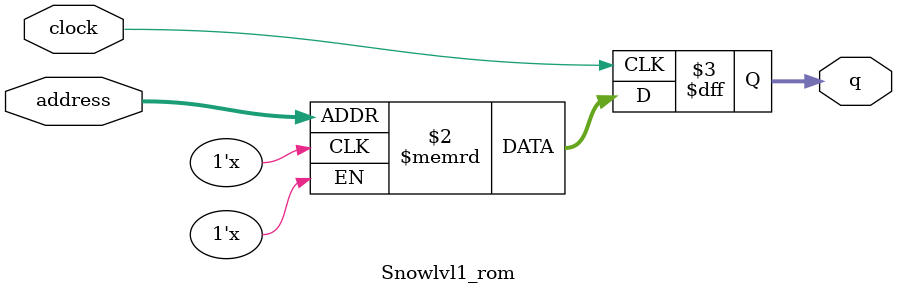
<source format=sv>
module Snowlvl1_rom (
	input logic clock,
	input logic [13:0] address,
	output logic [2:0] q
);

logic [2:0] memory [0:12284] /* synthesis ram_init_file = "C:\Users\David\Desktop\ECE385\Final\Lab_6\statebackground\Snowlvl1\Snowlvl1.mif" */;

always_ff @ (posedge clock) begin
	q <= memory[address];
end

endmodule

</source>
